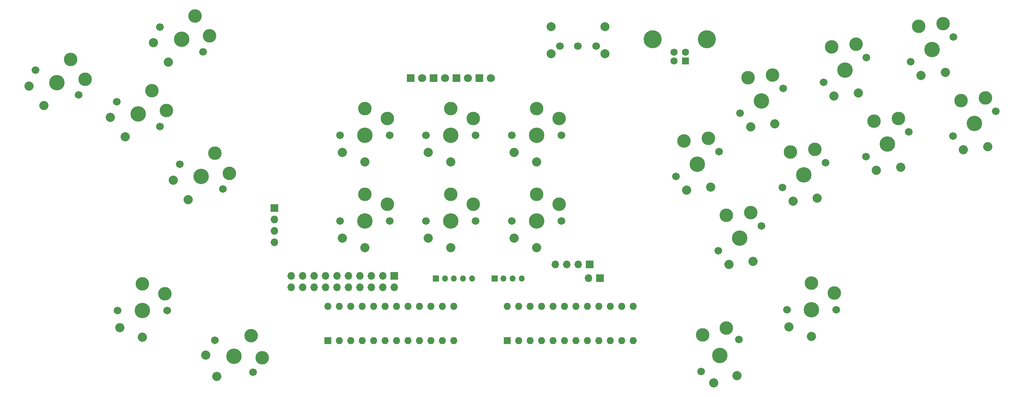
<source format=gbr>
%TF.GenerationSoftware,KiCad,Pcbnew,(5.1.10)-1*%
%TF.CreationDate,2021-10-16T10:52:32-04:00*%
%TF.ProjectId,mino_board,6d696e6f-5f62-46f6-9172-642e6b696361,rev?*%
%TF.SameCoordinates,Original*%
%TF.FileFunction,Soldermask,Top*%
%TF.FilePolarity,Negative*%
%FSLAX46Y46*%
G04 Gerber Fmt 4.6, Leading zero omitted, Abs format (unit mm)*
G04 Created by KiCad (PCBNEW (5.1.10)-1) date 2021-10-16 10:52:32*
%MOMM*%
%LPD*%
G01*
G04 APERTURE LIST*
%ADD10R,1.600000X1.600000*%
%ADD11O,1.600000X1.600000*%
%ADD12O,1.700000X1.700000*%
%ADD13R,1.700000X1.700000*%
%ADD14C,2.000000*%
%ADD15C,1.700000*%
%ADD16C,3.000000*%
%ADD17C,2.032000*%
%ADD18C,3.429000*%
%ADD19C,1.701800*%
%ADD20C,4.000000*%
%ADD21C,1.600000*%
%ADD22O,1.350000X1.350000*%
%ADD23R,1.350000X1.350000*%
%ADD24R,1.800000X1.800000*%
%ADD25C,1.800000*%
G04 APERTURE END LIST*
D10*
%TO.C,DIP_LEFT1*%
X118778000Y-142113000D03*
D11*
X146718000Y-134493000D03*
X121318000Y-142113000D03*
X144178000Y-134493000D03*
X123858000Y-142113000D03*
X141638000Y-134493000D03*
X126398000Y-142113000D03*
X139098000Y-134493000D03*
X128938000Y-142113000D03*
X136558000Y-134493000D03*
X131478000Y-142113000D03*
X134018000Y-134493000D03*
X134018000Y-142113000D03*
X131478000Y-134493000D03*
X136558000Y-142113000D03*
X128938000Y-134493000D03*
X139098000Y-142113000D03*
X126398000Y-134493000D03*
X141638000Y-142113000D03*
X123858000Y-134493000D03*
X144178000Y-142113000D03*
X121318000Y-134493000D03*
X146718000Y-142113000D03*
X118778000Y-134493000D03*
%TD*%
%TO.C,DIP_RIGHT1*%
X158623000Y-134493000D03*
X186563000Y-142113000D03*
X161163000Y-134493000D03*
X184023000Y-142113000D03*
X163703000Y-134493000D03*
X181483000Y-142113000D03*
X166243000Y-134493000D03*
X178943000Y-142113000D03*
X168783000Y-134493000D03*
X176403000Y-142113000D03*
X171323000Y-134493000D03*
X173863000Y-142113000D03*
X173863000Y-134493000D03*
X171323000Y-142113000D03*
X176403000Y-134493000D03*
X168783000Y-142113000D03*
X178943000Y-134493000D03*
X166243000Y-142113000D03*
X181483000Y-134493000D03*
X163703000Y-142113000D03*
X184023000Y-134493000D03*
X161163000Y-142113000D03*
X186563000Y-134493000D03*
D10*
X158623000Y-142113000D03*
%TD*%
D12*
%TO.C,JSTICKTYPE1*%
X106934000Y-120269000D03*
X106934000Y-117729000D03*
X106934000Y-115189000D03*
D13*
X106934000Y-112649000D03*
%TD*%
D14*
%TO.C,SW_SOCD1*%
X168302000Y-78394500D03*
X180302000Y-78394500D03*
X180302000Y-72394500D03*
X168302000Y-72394500D03*
D15*
X170302000Y-76644500D03*
X174302000Y-76644500D03*
X178302000Y-76644500D03*
%TD*%
D12*
%TO.C,JSOCD1*%
X176657000Y-128270000D03*
D13*
X179197000Y-128270000D03*
%TD*%
D16*
%TO.C,L2*%
X259265000Y-88750649D03*
D17*
X265190000Y-99013050D03*
X259809873Y-99694397D03*
D18*
X262240000Y-93903500D03*
D16*
X264695127Y-88155905D03*
D19*
X267003140Y-91153500D03*
X257476860Y-96653500D03*
%TD*%
D20*
%TO.C,USB_B1*%
X202870000Y-75150000D03*
X190870000Y-75150000D03*
D21*
X198120000Y-78010000D03*
X195620000Y-78010000D03*
X195620000Y-80010000D03*
D10*
X198120000Y-80010000D03*
%TD*%
D16*
%TO.C,R2*%
X249867000Y-72250349D03*
D17*
X255792000Y-82512750D03*
X250411873Y-83194097D03*
D18*
X252842000Y-77403200D03*
D16*
X255297127Y-71655605D03*
D19*
X257605140Y-74653200D03*
X248078860Y-80153200D03*
%TD*%
D16*
%TO.C,LEFT1*%
X61712500Y-79619649D03*
D17*
X55787500Y-89882050D03*
X52507373Y-85563397D03*
D18*
X58737500Y-84772500D03*
D16*
X64942627Y-84024905D03*
D19*
X63500640Y-87522500D03*
X53974360Y-82022500D03*
%TD*%
D16*
%TO.C,DOWN1*%
X79746500Y-86609549D03*
D17*
X73821500Y-96871950D03*
X70541373Y-92553297D03*
D18*
X76771500Y-91762400D03*
D16*
X82976627Y-91014805D03*
D19*
X81534640Y-94512400D03*
X72008360Y-89012400D03*
%TD*%
D16*
%TO.C,RIGHT1*%
X93716500Y-100511149D03*
D17*
X87791500Y-110773550D03*
X84511373Y-106454897D03*
D18*
X90741500Y-105664000D03*
D16*
X96946627Y-104916405D03*
D19*
X95504640Y-108414000D03*
X85978360Y-102914000D03*
%TD*%
%TO.C,UP1*%
X81596260Y-72414500D03*
X91122540Y-77914500D03*
D16*
X92564527Y-74416905D03*
D18*
X86359400Y-75164500D03*
D17*
X80129273Y-75955397D03*
X83409400Y-80274050D03*
D16*
X89334400Y-70011649D03*
%TD*%
D19*
%TO.C,UP3*%
X201590756Y-148950332D03*
X210017244Y-141879668D03*
D16*
X207223769Y-139328395D03*
D18*
X205804000Y-145415000D03*
D17*
X204416371Y-151539907D03*
X209596447Y-149934662D03*
D16*
X201979414Y-140857036D03*
%TD*%
%TO.C,HOME1*%
X146050000Y-90570000D03*
D17*
X146050000Y-102420000D03*
X141050000Y-100320000D03*
D18*
X146050000Y-96520000D03*
D16*
X151050000Y-92770000D03*
D19*
X151550000Y-96520000D03*
X140550000Y-96520000D03*
%TD*%
D16*
%TO.C,R3*%
X165100000Y-109620000D03*
D17*
X165100000Y-121470000D03*
X160100000Y-119370000D03*
D18*
X165100000Y-115570000D03*
D16*
X170100000Y-111820000D03*
D19*
X170600000Y-115570000D03*
X159600000Y-115570000D03*
%TD*%
D16*
%TO.C,L3*%
X127000000Y-109620000D03*
D17*
X127000000Y-121470000D03*
X122000000Y-119370000D03*
D18*
X127000000Y-115570000D03*
D16*
X132000000Y-111820000D03*
D19*
X132500000Y-115570000D03*
X121500000Y-115570000D03*
%TD*%
%TO.C,START1*%
X159600000Y-96520000D03*
X170600000Y-96520000D03*
D16*
X170100000Y-92770000D03*
D18*
X165100000Y-96520000D03*
D17*
X160100000Y-100320000D03*
X165100000Y-102420000D03*
D16*
X165100000Y-90570000D03*
%TD*%
%TO.C,RIGHT2*%
X226124000Y-129305000D03*
D17*
X226124000Y-141155000D03*
X221124000Y-139055000D03*
D18*
X226124000Y-135255000D03*
D16*
X231124000Y-131505000D03*
D19*
X231624000Y-135255000D03*
X220624000Y-135255000D03*
%TD*%
%TO.C,SELECT1*%
X121500000Y-96520000D03*
X132500000Y-96520000D03*
D16*
X132000000Y-92770000D03*
D18*
X127000000Y-96520000D03*
D17*
X122000000Y-100320000D03*
X127000000Y-102420000D03*
D16*
X127000000Y-90570000D03*
%TD*%
D19*
%TO.C,LEFT2*%
X72160500Y-135446000D03*
X83160500Y-135446000D03*
D16*
X82660500Y-131696000D03*
D18*
X77660500Y-135446000D03*
D17*
X72660500Y-139246000D03*
X77660500Y-141346000D03*
D16*
X77660500Y-129496000D03*
%TD*%
%TO.C,UP2*%
X101805086Y-141048036D03*
D17*
X94188053Y-150125662D03*
X91707685Y-145303031D03*
D18*
X97980500Y-145606000D03*
D16*
X104221176Y-145947271D03*
D19*
X102193744Y-149141332D03*
X93767256Y-142070668D03*
%TD*%
D16*
%TO.C,L1*%
X239971000Y-93322649D03*
D17*
X245896000Y-103585050D03*
X240515873Y-104266397D03*
D18*
X242946000Y-98475500D03*
D16*
X245401127Y-92727905D03*
D19*
X247709140Y-95725500D03*
X238182860Y-101225500D03*
%TD*%
D16*
%TO.C,Y1*%
X212041000Y-83680349D03*
D17*
X217966000Y-93942750D03*
X212585873Y-94624097D03*
D18*
X215016000Y-88833200D03*
D16*
X217471127Y-83085605D03*
D19*
X219779140Y-86083200D03*
X210252860Y-91583200D03*
%TD*%
D16*
%TO.C,A1*%
X207225000Y-114232149D03*
D17*
X213150000Y-124494550D03*
X207769873Y-125175897D03*
D18*
X210200000Y-119385000D03*
D16*
X212655127Y-113637405D03*
D19*
X214963140Y-116635000D03*
X205436860Y-122135000D03*
%TD*%
D16*
%TO.C,R1*%
X230573000Y-76822349D03*
D17*
X236498000Y-87084750D03*
X231117873Y-87766097D03*
D18*
X233548000Y-81975200D03*
D16*
X236003127Y-76227605D03*
D19*
X238311140Y-79225200D03*
X228784860Y-84725200D03*
%TD*%
D16*
%TO.C,X1*%
X197827000Y-97732149D03*
D17*
X203752000Y-107994550D03*
X198371873Y-108675897D03*
D18*
X200802000Y-102885000D03*
D16*
X203257127Y-97137405D03*
D19*
X205565140Y-100135000D03*
X196038860Y-105635000D03*
%TD*%
D16*
%TO.C,B1*%
X221439000Y-100181149D03*
D17*
X227364000Y-110443550D03*
X221983873Y-111124897D03*
D18*
X224414000Y-105334000D03*
D16*
X226869127Y-99586405D03*
D19*
X229177140Y-102584000D03*
X219650860Y-108084000D03*
%TD*%
%TO.C,TOUCHPAD1*%
X140550000Y-115570000D03*
X151550000Y-115570000D03*
D16*
X151050000Y-111820000D03*
D18*
X146050000Y-115570000D03*
D17*
X141050000Y-119370000D03*
X146050000Y-121470000D03*
D16*
X146050000Y-109620000D03*
%TD*%
D12*
%TO.C,J4*%
X110665000Y-130310000D03*
X110665000Y-127770000D03*
X113205000Y-130310000D03*
X113205000Y-127770000D03*
X115745000Y-130310000D03*
X115745000Y-127770000D03*
X118285000Y-130310000D03*
X118285000Y-127770000D03*
X120825000Y-130310000D03*
X120825000Y-127770000D03*
X123365000Y-130310000D03*
X123365000Y-127770000D03*
X125905000Y-130310000D03*
X125905000Y-127770000D03*
X128445000Y-130310000D03*
X128445000Y-127770000D03*
X130985000Y-130310000D03*
X130985000Y-127770000D03*
X133525000Y-130310000D03*
D13*
X133525000Y-127770000D03*
%TD*%
D12*
%TO.C,J1-2*%
X169260000Y-125160000D03*
X171800000Y-125160000D03*
X174340000Y-125160000D03*
D13*
X176880000Y-125160000D03*
%TD*%
D22*
%TO.C,J2*%
X150780000Y-128350000D03*
X148780000Y-128350000D03*
X146780000Y-128350000D03*
X144780000Y-128350000D03*
D23*
X142780000Y-128350000D03*
%TD*%
D22*
%TO.C,J10*%
X161780000Y-128350000D03*
X159780000Y-128350000D03*
X157780000Y-128350000D03*
D23*
X155780000Y-128350000D03*
%TD*%
D24*
%TO.C,P4*%
X152400000Y-83820000D03*
D25*
X154940000Y-83820000D03*
%TD*%
%TO.C,P3*%
X149860000Y-83820000D03*
D24*
X147320000Y-83820000D03*
%TD*%
%TO.C,P2*%
X142240000Y-83820000D03*
D25*
X144780000Y-83820000D03*
%TD*%
%TO.C,P1*%
X139700000Y-83820000D03*
D24*
X137160000Y-83820000D03*
%TD*%
M02*

</source>
